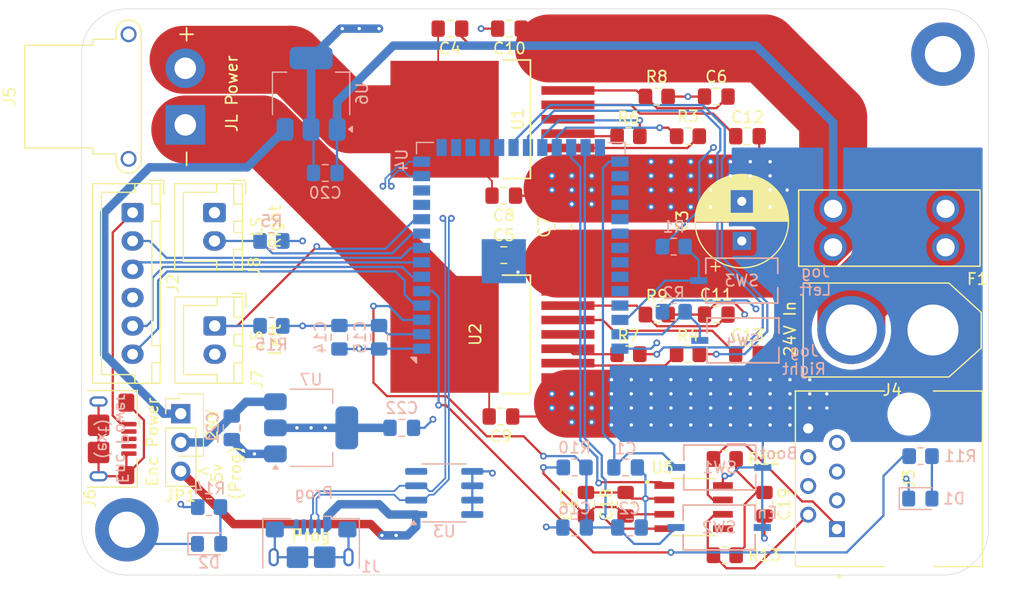
<source format=kicad_pcb>
(kicad_pcb (version 20240108) (generator "pcbnew") (generator_version "8.0")
  (layers (0 "F.Cu" signal) (1 "In1.Cu" signal) (2 "In2.Cu" signal) (31 "B.Cu" signal) (34 "B.Paste" user) (35 "F.Paste" user) (36 "B.SilkS" user "B.Silkscreen") (37 "F.SilkS" user "F.Silkscreen") (38 "B.Mask" user) (39 "F.Mask" user) (44 "Edge.Cuts" user))
  (net 0 "")
  (net 1 "GPIO_0")
  (net 2 "GND")
  (net 3 "EN_PB")
  (net 4 "+24V")
  (net 5 "J1+")
  (net 6 "J1-")
  (net 7 "Net-(U1-IS)")
  (net 8 "Net-(U2-IS)")
  (net 9 "Net-(U1-SR)")
  (net 10 "Net-(U2-SR)")
  (net 11 "+3.3V")
  (net 12 "Net-(C19-Pad2)")
  (net 13 "+5V")
  (net 14 "Net-(D1-A)")
  (net 15 "Net-(D2-A)")
  (net 16 "Net-(J4-+)")
  (net 17 "USB_P")
  (net 19 "USB_N")
  (net 20 "+5V_USB")
  (net 21 "SCK")
  (net 22 "MISO")
  (net 23 "Net-(J6-VBUS)")
  (net 24 "MOSI")
  (net 25 "CS_ENC_J0")
  (net 28 "CANL")
  (net 32 "CANH")
  (net 36 "LS_LEFT")
  (net 37 "LS_RIGHT")
  (net 38 "Net-(JP1-A)")
  (net 39 "PB_LEFT_JL")
  (net 40 "PB_RIGHT_JL")
  (net 41 "Net-(U1-IN)")
  (net 42 "J1_IN_1")
  (net 43 "J1_IN_2")
  (net 44 "Net-(U2-IN)")
  (net 45 "Net-(U1-EN_(INH))")
  (net 46 "J1_EN_1")
  (net 47 "J1_EN_2")
  (net 48 "Net-(U2-EN_(INH))")
  (net 49 "LED_BUILDIN")
  (net 55 "TXC")
  (net 68 "RXC")
  (footprint "Capacitor_SMD:C_0805_2012Metric_Pad1.18x1.45mm_HandSolder" (layer "F.Cu") (at 93 64 180)
    (property "Reference" "C11")
    (property "Value" "1nF")
  )
  (footprint "Connector_USB:USB_Micro-B_Amphenol_10118193-0001LF_Horizontal" (layer "F.Cu") (at 38.5 74.975 -90)
    (property "Reference" "J6")
    (property "Value" "USB_B_Micro")
  )
  (footprint "Capacitor_SMD:C_0805_2012Metric_Pad1.18x1.45mm_HandSolder" (layer "F.Cu") (at 85 80.75 90)
    (property "Reference" "C18")
    (property "Value" "100nF")
  )
  (footprint "Connector_JST:JST_XH_B2B-XH-A_1x02_P2.50mm_Vertical" (layer "F.Cu") (at 48.725 55 -90)
    (property "Reference" "J8")
    (property "Value" "B2B-XH-A_LF__SN_")
  )
  (footprint "Capacitor_SMD:C_0805_2012Metric_Pad1.18x1.45mm_HandSolder" (layer "F.Cu") (at 74.25 53.5)
    (property "Reference" "C8")
    (property "Value" "220nF")
  )
  (footprint "footprints:PG-TO263-7-1_INF-M" (layer "F.Cu") (at 71.75 46.75 90)
    (property "Reference" "U1")
    (property "Value" "BTN8962TA")
  )
  (footprint "Capacitor_SMD:C_0805_2012Metric_Pad1.18x1.45mm_HandSolder" (layer "F.Cu") (at 79.5 56.25 90)
    (property "Reference" "C7")
    (property "Value" "100nF")
  )
  (footprint "Connector_AMASS:AMASS_XT30PW-F_1x02_P2.50mm_Horizontal" (layer "F.Cu") (at 46.15 47.25 90)
    (property "Reference" "J5")
    (property "Value" "XT30PW-F")
  )
  (footprint "Resistor_SMD:R_0805_2012Metric_Pad1.20x1.40mm_HandSolder" (layer "F.Cu") (at 90.5 48.25 180)
    (property "Reference" "R3")
    (property "Value" "10k")
  )
  (footprint "Capacitor_THT:CP_Radial_D8.0mm_P3.50mm" (layer "F.Cu") (at 95.25 57.5 90)
    (property "Reference" "C3")
    (property "Value" "470uF")
  )
  (footprint "Capacitor_SMD:C_0805_2012Metric_Pad1.18x1.45mm_HandSolder" (layer "F.Cu") (at 69.5 38.75 180)
    (property "Reference" "C4")
    (property "Value" "220nF")
  )
  (footprint "Capacitor_SMD:C_0805_2012Metric_Pad1.18x1.45mm_HandSolder" (layer "F.Cu") (at 81.5 80.75 90)
    (property "Reference" "C17")
    (property "Value" "10uF")
  )
  (footprint "Resistor_SMD:R_0805_2012Metric_Pad1.20x1.40mm_HandSolder" (layer "F.Cu") (at 87.75 44.75)
    (property "Reference" "R8")
    (property "Value" "1k")
  )
  (footprint "3568-20:FUSE_3568-20" (layer "F.Cu") (at 108.27 56.3625)
    (property "Reference" "F1")
    (property "Value" "10A")
  )
  (footprint "Connector_JST:JST_XH_B2B-XH-A_1x02_P2.50mm_Vertical" (layer "F.Cu") (at 48.75 65 -90)
    (property "Reference" "J7")
    (property "Value" "B2B-XH-A_LF__SN_")
  )
  (footprint "Capacitor_SMD:C_0805_2012Metric_Pad1.18x1.45mm_HandSolder" (layer "F.Cu") (at 97.25 80.75 90)
    (property "Reference" "C19")
    (property "Value" "47nF")
  )
  (footprint "Capacitor_SMD:C_0805_2012Metric_Pad1.18x1.45mm_HandSolder" (layer "F.Cu") (at 74.75 38.75 180)
    (property "Reference" "C10")
    (property "Value" "100nF")
  )
  (footprint "Resistor_SMD:R_0805_2012Metric_Pad1.20x1.40mm_HandSolder" (layer "F.Cu") (at 85.25 48.25)
    (property "Reference" "R6")
    (property "Value" "10k")
  )
  (footprint "Resistor_SMD:R_0805_2012Metric_Pad1.20x1.40mm_HandSolder" (layer "F.Cu") (at 87.75 64)
    (property "Reference" "R9")
    (property "Value" "1k")
  )
  (footprint "Connector_JST:JST_XH_B6B-XH-A_1x06_P2.50mm_Vertical" (layer "F.Cu") (at 41.5 55 -90)
    (property "Reference" "J2")
    (property "Value" "~")
  )
  (footprint "Connector_AMASS:AMASS_XT60-M_1x02_P7.20mm_Vertical" (layer "F.Cu") (at 112.12 65.3625 180)
    (property "Reference" "J4")
    (property "Value" "XT30PW-M")
  )
  (footprint "footprints:PG-TO263-7-1_INF-M" (layer "F.Cu") (at 71.75 65.75 90)
    (property "Reference" "U2")
    (property "Value" "BTN8962TA")
  )
  (footprint "Resistor_SMD:R_0805_2012Metric_Pad1.20x1.40mm_HandSolder" (layer "F.Cu") (at 93.75 85.25)
    (property "Reference" "R13")
    (property "Value" "60")
  )
  (footprint "MountingHole:MountingHole_3.2mm_M3_DIN965_Pad_TopBottom" (layer "F.Cu") (at 41 83)
    (property "Reference" "H2" (hide yes))
    (property "Value" "MountingHole_Pad")
  )
  (footprint "Capacitor_SMD:C_0805_2012Metric_Pad1.18x1.45mm_HandSolder" (layer "F.Cu") (at 95.75 48.25)
    (property "Reference" "C12")
    (property "Value" "100nF")
  )
  (footprint "MountingHole:MountingHole_3.2mm_M3_DIN965_Pad_TopBottom" (layer "F.Cu") (at 113 41)
    (property "Reference" "H1" (hide yes))
    (property "Value" "MountingHole_Pad")
  )
  (footprint "A-2014-2-4-N-T-R:ASSMANN_A-2014-2-4-N-T-R" (layer "F.Cu") (at 110 78.5 90)
    (property "Reference" "J3")
    (property "Value" "RJ45")
  )
  (footprint "Resistor_SMD:R_0805_2012Metric_Pad1.20x1.40mm_HandSolder" (layer "F.Cu") (at 85.25 67.5)
    (property "Reference" "R7")
    (property "Value" "10k")
  )
  (footprint "Capacitor_SMD:C_0805_2012Metric_Pad1.18x1.45mm_HandSolder" (layer "F.Cu") (at 74.25 58.75 180)
    (property "Reference" "C5")
    (property "Value" "220nF")
  )
  (footprint "Capacitor_SMD:C_0805_2012Metric_Pad1.18x1.45mm_HandSolder" (layer "F.Cu") (at 93 44.75 180)
    (property "Reference" "C6")
    (property "Value" "1nF")
  )
  (footprint "Resistor_SMD:R_0805_2012Metric_Pad1.20x1.40mm_HandSolder" (layer "F.Cu") (at 93.75 76.75 180)
    (property "Reference" "R12")
    (property "Value" "60")
  )
  (footprint "TJA1050T_CM_118:SOIC127P600X175-8N" (layer "F.Cu") (at 91 81)
    (property "Reference" "U5")
    (property "Value" "SN65HVD232Q")
  )
  (footprint "Resistor_SMD:R_0805_2012Metric_Pad1.20x1.40mm_HandSolder" (layer "F.Cu") (at 90.5 67.5)
    (property "Reference" "R4")
    (property "Value" "10k")
  )
  (footprint "Connector_PinHeader_2.54mm:PinHeader_1x03_P2.54mm_Vertical" (layer "F.Cu") (at 45.75 72.75)
    (property "Reference" "JP1")
    (property "Value" "Jumper_3_Open")
  )
  (footprint "Capacitor_SMD:C_0805_2012Metric_Pad1.18x1.45mm_HandSolder" (layer "F.Cu") (at 95.75 67.5)
    (property "Reference" "C13")
    (property "Value" "100nF")
  )
  (footprint "Capacitor_SMD:C_0805_2012Metric_Pad1.18x1.45mm_HandSolder" (layer "F.Cu") (at 74 73)
    (property "Reference" "C9")
    (property "Value" "220nF")
  )
  (footprint "Package_TO_SOT_SMD:SOT-223-3_TabPin2" (layer "B.Cu") (at 57.25 44.5 90)
    (property "Reference" "U6")
    (property "Value" "LM7805MPX/NOPB")
  )
  (footprint "TS09_63_25_WT_160_SMT_TR:SW_TS09-63-25_CUD" (layer "B.Cu") (at 93.30365 77.5 180)
    (property "Reference" "SW1")
    (property "Value" "TS09-63-25-WT-160-SMT-TR")
  )
  (footprint "LED_SMD:LED_0805_2012Metric_Pad1.15x1.40mm_HandSolder" (layer "B.Cu") (at 48.25 84.25)
    (property "Reference" "D2")
    (property "Value" "G")
  )
  (footprint "Package_SO:SOIC-8-1EP_3.9x4.9mm_P1.27mm_EP2.29x3mm" (layer "B.Cu") (at 69 79.75)
    (property "Reference" "U3")
    (property "Value" "150-SMDB03CE3/TR7TR-ND")
  )
  (footprint "Resistor_SMD:R_0805_2012Metric_Pad1.20x1.40mm_HandSolder" (layer "B.Cu") (at 89.25 63.75 180)
    (property "Reference" "R2")
    (property "Value" "3.3k")
  )
  (footprint "Resistor_SMD:R_0805_2012Metric_Pad1.20x1.40mm_HandSolder" (layer "B.Cu") (at 80.5 77.5)
    (property "Reference" "R10")
    (property "Value" "10k")
  )
  (footprint "Capacitor_SMD:C_0805_2012Metric_Pad1.18x1.45mm_HandSolder" (layer "B.Cu") (at 65.25 74)
    (property "Reference" "C22")
    (property "Value" "22uF")
  )
  (footprint "TS09_63_25_WT_160_SMT_TR:SW_TS09-63-25_CUD" (layer "B.Cu") (at 93.25 82.8 180)
    (property "Reference" "SW2")
    (property "Value" "TS09-63-25-WT-160-SMT-TR")
  )
  (footprint "Resistor_SMD:R_0805_2012Metric_Pad1.20x1.40mm_HandSolder" (layer "B.Cu") (at 53.75 65)
    (property "Reference" "R15")
    (property "Value" "3.3k")
  )
  (footprint "Resistor_SMD:R_0805_2012Metric_Pad1.20x1.40mm_HandSolder" (layer "B.Cu") (at 89.25 58)
    (property "Reference" "R1")
    (property "Value" "3.3k")
  )
  (footprint "Capacitor_SMD:C_0805_2012Metric_Pad1.18x1.45mm_HandSolder" (layer "B.Cu") (at 59.75 66 -90)
    (property "Reference" "C14")
    (property "Value" "22uF")
  )
  (footprint "Capacitor_SMD:C_0805_2012Metric_Pad1.18x1.45mm_HandSolder" (layer "B.Cu") (at 50.25 74 -90)
    (property "Reference" "C21")
    (property "Value" "10uF")
  )
  (footprint "Connector_USB:USB_Micro-B_Amphenol_10118193-0001LF_Horizontal" (layer "B.Cu") (at 57.25 85.425 180)
    (property "Reference" "J1")
    (property "Value" "USB_B_Micro")
  )
  (footprint "Capacitor_SMD:C_0805_2012Metric_Pad1.18x1.45mm_HandSolder" (layer "B.Cu") (at 85.3375 82.8 180)
    (property "Reference" "C2")
    (property "Value" "100nF")
  )
  (footprint "Resistor_SMD:R_0805_2012Metric_Pad1.20x1.40mm_HandSolder" (layer "B.Cu") (at 111.025 76.5 180)
    (property "Reference" "R11")
    (property "Value" "1k")
  )
  (footprint "TS09_63_25_WT_160_SMT_TR:SW_TS09-63-25_CUD" (layer "B.Cu") (at 95.25 61 180)
    (property "Reference" "SW3")
    (property "Value" "TS09-63-25-WT-160-SMT-TR")
  )
  (footprint "Package_TO_SOT_SMD:SOT-223-3_TabPin2" (layer "B.Cu") (at 57.25 74)
    (property "Reference" "U7")
    (property "Value" "AZ1117CH2-3.3TRG1")
  )
  (footprint "Capacitor_SMD:C_0805_2012Metric_Pad1.18x1.45mm_HandSolder" (layer "B.Cu") (at 58.5 51.5 180)
    (property "Reference" "C20")
    (property "Value" "220nF")
  )
  (footprint "Capacitor_SMD:C_0805_2012Metric_Pad1.18x1.45mm_HandSolder" (layer "B.Cu") (at 80.5 82.8 180)
    (property "Reference" "C16")
    (property "Value" "1uF")
  )
  (footprint "Capacitor_SMD:C_0805_2012Metric_Pad1.18x1.45mm_HandSolder" (layer "B.Cu") (at 63.25 66 -90)
    (property "Reference" "C15")
    (property "Value" "100nF")
  )
  (footprint "LED_SMD:LED_0805_2012Metric_Pad1.15x1.40mm_HandSolder" (layer "B.Cu") (at 111 80.25)
    (property "Reference" "D1")
    (property "Value" "R")
  )
  (footprint "RF_Module:ESP32-S3-WROOM-1" (layer "B.Cu") (at 75.75 61.75)
    (property "Reference" "U4")
    (property "Value" "ESP32-S3-WROOM-1")
  )
  (footprint "TS09_63_25_WT_160_SMT_TR:SW_TS09-63-25_CUD" (layer "B.Cu") (at 95.35 66.28 180)
    (property "Reference" "SW4")
    (property "Value" "TS09-63-25-WT-160-SMT-TR")
  )
  (footprint "Capacitor_SMD:C_0805_2012Metric_Pad1.18x1.45mm_HandSolder" (layer "B.Cu") (at 85 77.5 180)
    (property "Reference" "C1")
    (property "Value" "100nF")
  )
  (footprint "Resistor_SMD:R_0805_2012Metric_Pad1.20x1.40mm_HandSolder" (layer "B.Cu") (at 48.25 81 180)
    (property "Reference" "R14")
    (property "Value" "1k")
  )
  (footprint "Resistor_SMD:R_0805_2012Metric_Pad1.20x1.40mm_HandSolder" (layer "B.Cu") (at 53.75 57.5)
    (property "Reference" "R5")
    (property "Value" "3.3k")
  )
  (gr_line (start 45.5 76.5) (end 47.75 76.5) (stroke (width 0.1)) (layer "F.SilkS"))
  (gr_line (start 47.75 76.5) (end 47.75 71) (stroke (width 0.1)) (layer "F.SilkS"))
  (gr_line (start 47.75 71) (end 45.5 71) (stroke (width 0.1)) (layer "F.SilkS"))
  (gr_line (start 41 87) (end 113 87) (stroke (width 0.05)) (layer "Edge.Cuts"))
  (gr_line (start 37 41) (end 37 83) (stroke (width 0.05)) (layer "Edge.Cuts"))
  (gr_arc (start 41 87) (mid 38.171573 85.828427) (end 37 83) (stroke (width 0.05)) (layer "Edge.Cuts"))
  (gr_line (start 117 83) (end 117 41) (stroke (width 0.05)) (layer "Edge.Cuts"))
  (gr_arc (start 113 37) (mid 115.828427 38.171573) (end 117 41) (stroke (width 0.05)) (layer "Edge.Cuts"))
  (gr_line (start 41 37) (end 113 37) (stroke (width 0.05)) (layer "Edge.Cuts"))
  (gr_arc (start 37 41) (mid 38.171573 38.171573) (end 41 37) (stroke (width 0.05)) (layer "Edge.Cuts"))
  (gr_arc (start 117 83) (mid 115.828427 85.828427) (end 113 87) (stroke (width 0.05)) (layer "Edge.Cuts"))
  (gr_text "Jog\nRight" (at 100.75 68 0) (layer "B.SilkS") (effects (font (size 1 1)) (justify mirror)))
  (gr_text "Prog" (at 57.5 79.75 0) (layer "B.SilkS") (effects (font (size 1 1)) (justify mirror)))
  (gr_text "En" (at 97.5 81.5 0) (layer "B.SilkS") (effects (font (size 1 1)) (justify mirror)))
  (gr_text "Enc Power\n(ext)" (at 39.75 74.975 270) (layer "B.SilkS") (effects (font (size 1 1)) (justify mirror)))
  (gr_text "Jog\nLeft" (at 101.75 61 0) (layer "B.SilkS") (effects (font (size 1 1)) (justify mirror)))
  (gr_text "Boot" (at 98.5 76.25 0) (layer "B.SilkS") (effects (font (size 1 1)) (justify mirror)))
  (gr_text "24V" (at 48.5 73.75 90) (layer "F.SilkS") (effects (font (size 1 1))))
  (gr_text "<" (at 47.75 77.75 0) (layer "F.SilkS") (effects (font (size 1 1))))
  (gr_text "Prog" (at 57.25 83.5 0) (layer "F.SilkS") (effects (font (size 1 1))))
  (gr_text "LS\nLeft" (at 53.25 66.25 90) (layer "F.SilkS") (effects (font (size 1 1))))
  (gr_text "JL Power" (at 50.25 44.5 90) (layer "F.SilkS") (effects (font (size 1 1))))
  (gr_text "Enc Power" (at 43.25 75.25 90) (layer "F.SilkS") (effects (font (size 1 1))))
  (gr_text "24V In" (at 99.5 65.25 90) (layer "F.SilkS") (effects (font (size 1 1))))
  (gr_text "5v\n(Prog)" (at 49.75 78 90) (layer "F.SilkS") (effects (font (size 1 1))))
  (gr_text "LS\nRight" (at 53.25 56.25 90) (layer "F.SilkS") (effects (font (size 1 1))))
  (segment (start 85.2125 76.25) (end 88.25 76.25) (width 0.2) (layer "B.Cu") (net 1))
  (segment (start 84 77.4625) (end 83.9625 77.5) (width 0.2) (layer "B.Cu") (net 1))
  (segment (start 83.55 50.5) (end 83 51.05) (width 0.2) (layer "B.Cu") (net 1))
  (segment (start 84.5 50.5) (end 83.55 50.5) (width 0.2) (layer "B.Cu") (net 1))
  (segment (start 88.25 76.25) (end 89.5 77.5) (width 0.2) (layer "B.Cu") (net 1))
  (segment (start 83 51.05) (end 83 74.5) (width 0.2) (layer "B.Cu") (net 1))
  (segment (start 83.9625 77.5) (end 85.2125 76.25) (width 0.2) (layer "B.Cu") (net 1))
  (segment (start 84 75.5) (end 84 77.4625) (width 0.2) (layer "B.Cu") (net 1))
  (segment (start 83 74.5) (end 84 75.5) (width 0.2) (layer "B.Cu") (net 1))
  (segment (start 40.85 78.275) (end 40.95 78.175) (width 0.2) (layer "F.Cu") (net 2))
  (segment (start 96.629 52.871) (end 79 52.871) (width 6) (layer "F.Cu") (net 2))
  (segment (start 96.621 71.871) (end 79.9083 71.871) (width 6) (layer "F.Cu") (net 2))
  (segment (start 78.7793 73) (end 79.9083 71.871) (width 0.2) (layer "F.Cu") (net 2))
  (segment (start 93.585 78.415) (end 93.75 78.25) (width 0.2) (layer "F.Cu") (net 2))
  (segment (start 38.5 76.175) (end 38.5 78.275) (width 0.2) (layer "F.Cu") (net 2))
  (segment (start 40.95 71.775) (end 42.5 73.325) (width 0.2) (layer "F.Cu") (net 2))
  (segment (start 38.5 73.775) (end 38.5 76.175) (width 0.2) (layer "F.Cu") (net 2))
  (segment (start 95.5 64) (end 95.5 63.865256) (width 0.2) (layer "F.Cu") (net 2))
  (segment (start 73.7125 38.75) (end 72.25 38.75) (width 0.2) (layer "F.Cu") (net 2))
  (segment (start 88.75 44.75) (end 90.5 44.75) (width 0.2) (layer "F.Cu") (net 2))
  (segment (start 95.5 63.865256) (end 94.609744 62.975) (width 0.2) (layer "F.Cu") (net 2))
  (segment (start 92.9875 62.975) (end 91.9625 64) (width 0.2) (layer "F.Cu") (net 2))
  (segment (start 85.5375 80.25) (end 85 79.7125) (width 0.2) (layer "F.Cu") (net 2))
  (segment (start 96.7875 49.7125) (end 96 50.5) (width 0.2) (layer "F.Cu") (net 2))
  (segment (start 97.25 83.75) (end 97.25 81.7875) (width 0.2) (layer "F.Cu") (net 2))
  (segment (start 88.75 64) (end 91.9625 64) (width 0.2) (layer "F.Cu") (net 2))
  (segment (start 96.7875 67.5) (end 96.7875 68.9625) (width 0.2) (layer "F.Cu") (net 2))
  (segment (start 40.95 78.175) (end 40.95 76.5) (width 0.2) (layer "F.Cu") (net 2))
  (segment (start 88.3 80.25) (end 85.5375 80.25) (width 0.2) (layer "F.Cu") (net 2))
  (segment (start 96.621 71.871) (end 100.621 71.871) (width 6) (layer "F.Cu") (net 2))
  (segment (start 88.415 80.365) (end 88.3 80.25) (width 0.2) (layer "F.Cu") (net 2))
  (segment (start 38.5 71.675) (end 38.5 73.775) (width 0.2) (layer "F.Cu") (net 2))
  (segment (start 100.621 71.871) (end 100.75 72) (width 6) (layer "F.Cu") (net 2))
  (segment (start 40.95 76.5) (end 41.175 76.275) (width 0.2) (layer "F.Cu") (net 2))
  (segment (start 75.2875 53.5) (end 78.371 53.5) (width 0.2) (layer "F.Cu") (net 2))
  (segment (start 38.5 78.275) (end 40.85 78.275) (width 0.2) (layer "F.Cu") (net 2))
  (segment (start 96.7875 68.9625) (end 96 69.75) (width 0.2) (layer "F.Cu") (net 2))
  (segment (start 75.0375 73) (end 78.7793 73) (width 0.2) (layer "F.Cu") (net 2))
  (segment (start 42.5 76.625) (end 40.95 78.175) (width 0.2) (layer "F.Cu") (net 2))
  (segment (start 78.371 53.5) (end 79 52.871) (width 0.2) (layer "F.Cu") (net 2))
  (segment (start 93.585 79.095) (end 93.585 78.415) (width 0.2) (layer "F.Cu") (net 2))
  (segment (start 42.5 73.325) (end 42.5 76.625) (width 0.2) (layer "F.Cu") (net 2))
  (segment (start 85 79.7125) (end 81.5 79.7125) (width 0.2) (layer "F.Cu") (net 2))
  (segment (start 90.5 44.75) (end 91.9625 44.75) (width 0.2) (layer "F.Cu") (net 2))
  (segment (start 94.609744 62.975) (end 92.9875 62.975) (width 0.2) (layer "F.Cu") (net 2))
  (segment (start 96.7875 48.25) (end 96.7875 49.7125) (width 0.2) (layer "F.Cu") (net 2))
  (via (at 90.75 73.75) (size 0.6) (drill 0.3) (layers "F.Cu" "B.Cu") (net 2))
  (via (at 89 71) (size 0.6) (drill 0.3) (layers "F.Cu" "B.Cu") (net 2))
  (via (at 92.5 69.75) (size 0.6) (drill 0.3) (layers "F.Cu" "B.Cu") (net 2))
  (via (at 87.25 69.75) (size 0.6) (drill 0.3) (layers "F.Cu" "B.Cu") (net 2))
  (via (at 94.25 51.75) (size 0.6) (drill 0.3) (layers "F.Cu" "B.Cu") (net 2))
  (via (at 80.25 51.75) (size 0.6) (drill 0.3) (layers "F.Cu" "B.Cu") (net 2))
  (via (at 101.25 69.75) (size 0.6) (drill 0.3) (layers "F.Cu" "B.Cu") (net 2))
  (via (at 85.5 69.75) (size 0.6) (drill 0.3) (layers "F.Cu" "B.Cu") (net 2))
  (via (at 99.5 71) (size 0.6) (drill 0.3) (layers "F.Cu" "B.Cu") (net 2))
  (via (at 97.75 71) (size 0.6) (drill 0.3) (layers "F.Cu" "B.Cu") (net 2))
  (via (at 94.25 50.5) (size 0.6) (drill 0.3) (layers "F.Cu" "B.Cu") (net 2))
  (via (at 99.5 72.25) (size 0.6) (drill 0.3) (layers "F.Cu" "B.Cu") (net 2))
  (via (at 83.75 73.75) (size 0.6) (drill 0.3) (layers "F.Cu" "B.Cu") (net 2))
  (via (at 96 69.75) (size 0.6) (drill 0.3) (layers "F.Cu" "B.Cu") (net 2))
  (via (at 89 54.5) (size 0.6) (drill 0.3) (layers "F.Cu" "B.Cu") (net 2))
  (via (at 101.25 72.25) (size 0.6) (drill 0.3) (layers "F.Cu" "B.Cu") (net 2))
  (via (at 87.25 53) (size 0.6) (drill 0.3) (layers "F.Cu" "B.Cu") (net 2))
  (via (at 90.75 50.5) (size 0.6) (drill 0.3) (layers "F.Cu" "B.Cu") (net 2))
  (via (at 82 54.25) (size 0.6) (drill 0.3) (layers "F.Cu" "B.Cu") (net 2))
  (via (at 89 53) (size 0.6) (drill 0.3) (layers "F.Cu" "B.Cu") (net 2))
  (via (at 99.5 73.75) (size 0.6) (drill 0.3) (layers "F.Cu" "B.Cu") (net 2))
  (via (at 82 73.5) (size 0.6) (drill 0.3) (layers "F.Cu" "B.Cu") (net 2))
  (via (at 95.5 64) (size 0.6) (drill 0.3) (layers "F.Cu" "B.Cu") (net 2))
  (via (at 85.5 71) (size 0.6) (drill 0.3) (layers "F.Cu" "B.Cu") (net 2))
  (via (at 96 73.75) (size 0.6) (drill 0.3) (layers "F.Cu" "B.Cu") (net 2))
  (via (at 92.5 71) (size 0.6) (drill 0.3) (layers "F.Cu" "B.Cu") (net 2))
  (via (at 97.75 50.5) (size 0.6) (drill 0.3) (layers "F.Cu" "B.Cu") (net 2))
  (via (at 78 82.75) (size 0.6) (drill 0.3) (layers "F.Cu" "B.Cu") (net 2))
  (via (at 85.5 72.25) (size 0.6) (drill 0.3) (layers "F.Cu" "B.Cu") (net 2))
  (via (at 92.5 51.75) (size 0.6) (drill 0.3) (layers "F.Cu" "B.Cu") (net 2))
  (via (at 68 73.25) (size 0.6) (drill 0.3) (layers "F.Cu" "B.Cu") (net 2))
  (via (at 87.25 51.75) (size 0.6) (drill 0.3) (layers "F.Cu" "B.Cu") (net 2))
  (via (at 96 51.75) (size 0.6) (drill 0.3) (layers "F.Cu" "B.Cu") (net 2))
  (via (at 80.25 71) (size 0.6) (drill 0.3) (layers "F.Cu" "B.Cu") (net 2))
  (via (at 63.25 38.75) (size 0.6) (drill 0.3) (layers "F.Cu" "B.Cu") (net 2))
  (via (at 89 51.75) (size 0.6) (drill 0.3) (layers "F.Cu" "B.Cu") (net 2))
  (via (at 87.25 54.5) (size 0.6) (drill 0.3) (layers "F.Cu" "B.Cu") (net 2))
  (via (at 72.25 38.75) (size 0.6) (drill 0.3) (layers "F.Cu" "B.Cu") (net 2))
  (via (at 51.25 76) (size 0.6) (drill 0.3) (layers "F.Cu" "B.Cu") (net 2))
  (via (at 97.75 51.75) (size 0.6) (drill 0.3) (layers "F.Cu" "B.Cu") (net 2))
  (via (at 89 69.75) (size 0.6) (drill 0.3) (layers "F.Cu" "B.Cu") (net 2))
  (via (at 90.75 71) (size 0.6) (drill 0.3) (layers "F.Cu" "B.Cu") (net 2))
  (via (at 87.25 73.75) (size 0.6) (drill 0.3) (layers "F.Cu" "B.Cu") (net 2))
  (via (at 92.5 54.5) (size 0.6) (drill 0.3) (layers "F.Cu" "B.Cu") (net 2))
  (via (at 80.25 72.25) (size 0.6) (drill 0.3) (layers "F.Cu" "B.Cu") (net 2))
  (via (at 97.75 73.75) (size 0.6) (drill 0.3) (layers "F.Cu" "B.Cu") (net 2))
  (via (at 90.75 54.5) (size 0.6) (drill 0.3) (layers "F.Cu" "B.Cu") (net 2))
  (via (at 82 53) (size 0.6) (drill 0.3) (layers "F.Cu" "B.Cu") (net 2))
  (via (at 101.25 71) (size 0.6) (drill 0.3) (layers "F.Cu" "B.Cu") (net 2))
  (via (at 82 51.75) (size 0.6) (drill 0.3) (layers "F.Cu" "B.Cu") (net 2))
  (via (at 80.25 73.5) (size 0.6) (drill 0.3) (layers "F.Cu" "B.Cu") (net 2))
  (via (at 90.75 69.75) (size 0.6) (drill 0.3) (layers "F.Cu" "B.Cu") (net 2))
  (via (at 94.25 72.25) (size 0.6) (drill 0.3) (layers "F.Cu" "B.Cu") (net 2))
  (via (at 96 72.25) (size 0.6) (drill 0.3) (layers "F.Cu" "B.Cu") (net 2))
  (via (at 52.25 76.3) (size 0.6) (drill 0.3) (layers "F.Cu" "B.Cu") (net 2))
  (via (at 83.75 71) (size 0.6) (drill 0.3) (layers "F.Cu" "B.Cu") (net 2))
  (via (at 92.5 73.75) (size 0.6) (drill 0.3) (layers "F.Cu" "B.Cu") (net 2))
  (via (at 92.5 72.25) (size 0.6) (drill 0.3) (layers "F.Cu" "B.Cu") (net 2))
  (via (at 109.75 78.5) (size 0.6) (drill 0.3) (layers "F.Cu" "B.Cu") (net 2))
  (via (at 78.5 72.25) (size 0.6) (drill 0.3) (layers "F.Cu" "B.Cu") (net 2))
  (via (at 90.5 44.75) (size 0.6) (drill 0.3) (layers "F.Cu" "B.Cu") (net 2))
  (via (at 87.25 50.5) (size 0.6) (drill 0.3) (layers "F.Cu" "B.Cu") (net 2))
  (via (at 78.5 51.75) (size 0.6) (drill 0.3) (layers "F.Cu" "B.Cu") (net 2))
  (via (at 82 72.25) (size 0.6) (drill 0.3) (layers "F.Cu" "B.Cu") (net 2))
  (via (at 90.75 51.75) (size 0.6) (drill 0.3) (layers "F.Cu" "B.Cu") (net 2))
  (via (at 96 50.5) (size 0.6) (drill 0.3) (layers "F.Cu" "B.Cu") (net 2))
  (via (at 87.75 66.5) (size 0.6) (drill 0.3) (layers "F.Cu" "B.Cu") (net 2))
  (via (at 97.75 72.25) (size 0.6) (drill 0.3) (layers "F.Cu" "B.Cu") (net 2))
  (via (at 92.5 50.5) (size 0.6) (drill 0.3) (layers "F.Cu" "B.Cu") (net 2))
  (via (at 80.25 53) (size 0.6) (drill 0.3) (layers "F.Cu" "B.Cu") (net 2))
  (via (at 73.25 78) (size 0.6) (drill 0.3) (layers "F.Cu" "B.Cu") (net 2))
  (via (at 97.25 83.75) (size 0.6) (drill 0.3) (layers "F.Cu" "B.Cu") (net 2))
  (via (at 97.75 69.75) (size 0.6) (drill 0.3) (layers "F.Cu" "B.Cu") (net 2))
  (via (at 83.75 69.75) (size 0.6) (drill 0.3) (layers "F.Cu" "B.Cu") (net 2))
  (via (at 89 73.75) (size 0.6) (drill 0.3) (layers "F.Cu" "B.Cu") (net 2))
  (via (at 61.5 67) (size 0.6) (drill 0.3) (layers "F.Cu" "B.Cu") (net 2))
  (via (at 90.75 72.25) (size 0.6) (drill 0.3) (layers "F.Cu" "B.Cu") (net 2))
  (via (at 86.75 80.25) (size 0.6) (drill 0.3) (layers "F.Cu" "B.Cu") (net 2))
  (via (at 93.75 78.25) (size 0.6) (drill 0.3) (layers "F.Cu" "B.Cu") (net 2))
  (via (at 60 38.75) (size 0.6) (drill 0.3) (layers "F.Cu" "B.Cu") (net 2))
  (via (at 99.5 69.75) (size 0.6) (drill 0.3) (layers "F.Cu" "B.Cu") (net 2))
  (via (at 94.25 69.75) (size 0.6) (drill 0.3) (layers "F.Cu" "B.Cu") (net 2))
  (via (at 94.25 71) (size 0.6) (drill 0.3) (layers "F.Cu" "B.Cu") (net 2))
  (via (at 80.25 54.25) (size 0.6) (drill 0.3) (layers "F.Cu" "B.Cu") (net 2))
  (via (at 89 50.5) (size 0.6) (drill 0.3) (layers "F.Cu" "B.Cu") (net 2))
  (via (at 97.75 53) (size 0.6) (drill 0.3) (layers "F.Cu" "B.Cu") (net 2))
  (via (at 102.75 71) (size 0.6) (drill 0.3) (layers "F.Cu" "B.Cu") (net 2))
  (via (at 83.75 72.25) (size 0.6) (drill 0.3) (layers "F.Cu" "B.Cu") (net 2))
  (via (at 87.25 71) (size 0.6) (drill 0.3) (layers "F.Cu" "B.Cu") (net 2))
  (via (at 75.5 60.25) (size 0.6) (drill 0.3) (layers "F.Cu" "B.Cu") (net 2))
  (via (at 102.75 72.25) (size 0.6) (drill 0.3) (layers "F.Cu" "B.Cu") (net 2))
  (via (at 78.5 71) (size 0.6) (drill 0.3) (layers "F.Cu" "B.Cu") (net 2))
  (via (at 85.5 73.75) (size 0.6) (drill 0.3) (layers "F.Cu" "B.Cu") (net 2))
  (via (at 90.75 53) (size 0.6) (drill 0.3) (layers "F.Cu" "B.Cu") (net 2))
  (via (at 92.5 53) (size 0.6) (drill 0.3) (layers "F.Cu" "B.Cu") (net 2))
  (via (at 61.5 38.75) (size 0.6) (drill 0.3) (layers "F.Cu" "B.Cu") (net 2))
  (via (at 78.5 53) (size 0.6) (drill 0.3) (layers "F.Cu" "B.Cu") (net 2))
  (via (at 94.25 73.75) (size 0.6) (drill 0.3) (layers "F.Cu" "B.Cu") (net 2))
  (via (at 89 72.25) (size 0.6) (drill 0.3) (layers "F.Cu" "B.Cu") (net 2))
  (via (at 97.75 54.5) (size 0.6) (drill 0.3) (layers "F.Cu" "B.Cu") (net 2))
  (via (at 96 71) (size 0.6) (drill 0.3) (layers "F.Cu" "B.Cu") (net 2))
  (via (at 87.25 72.25) (size 0.6) (drill 0.3) (layers "F.Cu" "B.Cu") (net 2))
  (via (at 82 71) (size 0.6) (drill 0.3) (layers "F.Cu" "B.Cu") (net 2))
  (via (at 99.25 53) (size 0.6) (drill 0.3) (layers "F.Cu" "B.Cu") (net 2))
  (segment (start 57.25 41.35) (end 59.85 38.75) (width 0.75) (layer "B.Cu") (net 2))
  (segment (start 42.25 84.25) (end 41 83) (width 0.2) (layer "B.Cu") (net 2))
  (segment (start 109.975 78.725) (end 109.75 78.5) (width 0.2) (layer "B.Cu") (net 2))
  (segment (start 61.5 38.75) (end 60 38.75) (width 0.75) (layer "B.Cu") (net 2))
  (segment (start 97.05365 83.55365) (end 97.25 83.75) (width 0.2) (layer "B.Cu") (net 2))
  (segment (start 97.1073 74.3927) (end 97.1073 77.5) (width 0.2) (layer "B.Cu") (net 2))
  (segment (start 97.05365 82.8) (end 97.05365 83.55365) (width 0.2) (layer "B.Cu") (net 2))
  (segment (start 57.4625 51.5) (end 57.4625 47.8625) (width 0.2) (layer "B.Cu") (net 2))
  (segment (start 97.05365 77.69635) (end 97.05365 82.8) (width 0.2) (layer "B.Cu") (net 2))
  (segment (start 86.75 78.2125) (end 86.0375 77.5) (width 0.2) (layer "B.Cu") (net 2))
  (segment (start 84.5 67.01) (end 87.24 67.01) (width 0.2) (layer "B.Cu") (net 2))
  (segment (start 60.55 85.425) (end 60.55 83.075) (width 0.2) (layer "B.Cu") (net 2))
  (segment (start 59.75 67.0375) (end 63.25 67.0375) (width 0.2) (layer "B.Cu") (net 2))
  (segment (start 87.24 67.01) (end 87.75 66.5) (width 0.2) (layer "B.Cu") (net 2))
  (segment (start 71.475 77.845) (end 73.095 77.845) (width 0.2) (layer "B.Cu") (net 2))
  (segment (start 86.75 82.425) (end 86.75 78.2125) (width 0.2) (layer "B.Cu") (net 2))
  (segment (start 78.05 82.8) (end 78 82.75) (width 0.2) (layer "B.Cu") (net 2))
  (segment (start 51.5125 76.3) (end 54.1 76.3) (width 0.75) (layer "B.Cu") (net 2))
  (segment (start 97.75 73.75) (end 97.1073 74.3927) (width 0.2) (layer "B.Cu") (net 2))
  (segment (start 66.2875 74) (end 67.25 74) (width 0.2) (layer "B.Cu") (net 2))
  (segment (start 54.05 82.975) (end 54.05 85.325) (width 0.2) (layer "B.Cu") (net 2))
  (segment (start 53.95 85.425) (end 56.05 85.425) (width 0.2) (layer "B.Cu") (net 2))
  (segment (start 79.4625 82.8) (end 78.05 82.8) (width 0.2) (layer "B.Cu") (net 2))
  (segment (start 63.4625 67.0375) (end 63.49 67.01) (width 0.2) (layer "B.Cu") (net 2))
  (segment (start 99.15365 69.40365) (end 99.5 69.75) (width 0.2) (layer "B.Cu") (net 2))
  (segment (start 86.375 82.8) (end 86.75 82.425) (width 0.2) (layer "B.Cu") (net 2))
  (segment (start 95 77.5) (end 97.1073 77.5) (width 0.2) (layer "B.Cu") (net 2))
  (segment (start 56.05 85.425) (end 58.45 85.425) (width 0.2) (layer "B.Cu") (net 2))
  (segment (start 57.25 41.35) (end 57.25 47.65) (width 0.75) (layer "B.Cu") (net 2))
  (segment (start 61.5 38.75) (end 63.25 38.75) (width 0.75) (layer "B.Cu") (net 2))
  (segment (start 47.225 84.25) (end 42.25 84.25) (width 0.2) (layer "B.Cu") (net 2))
  (segment (start 73.095 77.845) (end 73.25 78) (width 0.2) (layer "B.Cu") (net 2))
  (segment (start 97.1073 77.6427) (end 97.05365 77.69635) (width 0.2) (layer "B.Cu") (net 2))
  (segment (start 97.1073 77.5) (end 97.1073 77.6427) (width 0.2) (layer "B.Cu") (net 2))
  (segment (start 55.95 82.75) (end 54.275 82.75) (width 0.2) (layer "B.Cu") (net 2))
  (segment (start 99.15365 66.28) (end 99.15365 69.40365) (width 0.2) (layer "B.Cu") (net 2))
  (segment (start 59.85 38.75) (end 60 38.75) (width 0.75) (layer "B.Cu") (net 2))
  (segment (start 109.975 80.25) (end 109.975 78.725) (width 0.2) (layer "B.Cu") (net 2))
  (segment (start 58.45 85.425) (end 60.55 85.425) (width 0.2) (layer "B.Cu") (net 2))
  (segment (start 63.49 67.01) (end 67 67.01) (width 0.2) (layer "B.Cu") (net 2))
  (segment (start 71.475 77.845) (end 71.475 79.115) (width 0.2) (layer "B.Cu") (net 2))
  (segment (start 57.4625 47.8625) (end 57.25 47.65) (width 0.2) (layer "B.Cu") (net 2))
  (segment (start 71.475 79.115) (end 71.475 80.385) (width 0.2) (layer "B.Cu") (net 2))
  (segment (start 93.75 78.25) (end 94.25 78.25) (width 0.2) (layer "B.Cu") (net 2))
  (segment (start 54.05 85.325) (end 53.95 85.425) (width 0.2) (layer "B.Cu") (net 2))
  (segment (start 67.25 74) (end 68 73.25) (width 0.2) (layer "B.Cu") (net 2))
  (segment (start 50.25 75.0375) (end 51.5125 76.3) (width 0.75) (layer "B.Cu") (net 2))
  (segment (start 71.475 80.385) (end 71.475 81.655) (width 0.2) (layer "B.Cu") (net 2))
  (segment (start 60.55 83.075) (end 60.45 82.975) (width 0.2) (layer "B.Cu") (net 2))
  (segment (start 94.25 78.25) (end 95 77.5) (width 0.2) (layer "B.Cu") (net 2))
  (segment (start 63.25 67.0375) (end 63.4625 67.0375) (width 0.2) (layer "B.Cu") (net 2))
  (segment (start 54.275 82.75) (end 54.05 82.975) (width 0.2) (layer "B.Cu") (net 2))
  (segment (start 63.95 71.2062) (end 69.2062 71.2062) (width 0.2) (layer "F.Cu") (net 3))
  (segment (start 62.75 63.25) (end 62.75 70.0062) (width 0.2) (layer "F.Cu") (net 3))
  (segment (start 76 74.75) (end 77.75 76.5) (width 0.2) (layer "F.Cu") (net 3))
  (segment (start 72.75 74.75) (end 76 74.75) (width 0.2) (layer "F.Cu") (net 3))
  (segment (start 62.75 70.0062) (end 63.95 71.2062) (width 0.2) (layer "F.Cu") (net 3))
  (segment (start 69.2062 71.2062) (end 72.75 74.75) (width 0.2) (layer "F.Cu") (net 3))
  (via (at 77.75 76.5) (size 0.6) (drill 0.3) (layers "F.Cu" "B.Cu") (net 3))
  (via (at 62.75 63.25) (size 0.6) (drill 0.3) (layers "F.Cu" "B.Cu") (net 3))
  (segment (start 81.5375 82.8) (end 84.3 82.8) (width 0.2) (layer "B.Cu") (net 3))
  (segment (start 64.119744 63.25) (end 65.339744 64.47) (width 0.2) (layer "B.Cu") (net 3))
  (segment (start 80.5 76.5) (end 81.5 77.5) (width 0.2) (layer "B.Cu") (net 3))
  (segment (start 81.5375 77.7875) (end 81.5375 82.8) (width 0.2) (layer "B.Cu") (net 3))
  (segment (start 85.75 84.25) (end 87.99635 84.25) (width 0.2) (layer "B.Cu") (net 3))
  (segment (start 77.75 76.5) (end 80.5 76.5) (width 0.2) (layer "B.Cu") (net 3))
  (segment (start 81.5 77.5) (end 81.5 77.75) (width 0.2) (layer "B.Cu") (net 3))
  (segment (start 65.339744 64.47) (end 67 64.47) (width 0.2) (layer "B.Cu") (net 3))
  (segment (start 81.5 77.75) (end 81.5375 77.7875) (width 0.2) (layer "B.Cu") (net 3))
  (segment (start 62.75 63.25) (end 64.119744 63.25) (width 0.2) (layer "B.Cu") (net 3))
  (segment (start 84.3 82.8) (end 85.75 84.25) (width 0.2) (layer "B.Cu") (net 3))
  (segment (start 87.99635 84.25) (end 89.44635 82.8) (width 0.2) (layer "B.Cu") (net 3))
  (segment (start 76.5 38.75) (end 78.25 40.5) (width 0.2) (layer "F.Cu") (net 4))
  (segment (start 103.31 54.6625) (end 103.31 46.56) (width 6) (layer "F.Cu") (net 4))
  (segment (start 103.31 46.56) (end 97.25 40.5) (width 6) (layer "F.Cu") (net 4))
  (segment (start 103.31 54.6625) (end 103.31 55.750302) (width 6) (layer "F.Cu") (net 4))
  (segment (start 103.31 55.750302) (end 99.560302 59.5) (width 6) (layer "F.Cu") (net 4))
  (segment (start 75.2875 58.75) (end 78.25 58.75) (width 0.2) (layer "F.Cu") (net 4))
  (segment (start 70.5375 38.75) (end 70.5375 39.475) (width 0.2) (layer "F.Cu") (net 4))
  (segment (start 99.560302 59.5) (end 79 59.5) (width 6) (layer "F.Cu") (net 4))
  (segment (start 75.7875 38.75) (end 76.5 38.75) (width 0.2) (layer "F.Cu") (net 4))
  (segment (start 97.25 40.5) (end 78.25 40.5) (width 6) (layer "F.Cu") (net 4))
  (segment (start 71.5625 40.5) (end 78.25 40.5) (width 0.2) (layer "F.Cu") (net 4))
  (segment (start 78.25 58.75) (end 79 59.5) (width 0.2) (layer "F.Cu") (net 4))
  (segment (start 70.5375 39.475) (end 71.5625 40.5) (width 0.2) (layer "F.Cu") (net 4))
  (segment (start 103.31 47.06) (end 96.5 40.25) (width 0.75) (layer "B.Cu") (net 4))
  (segment (start 59.55 48.2) (end 59.5375 48.2125) (width 0.2) (layer "B.Cu") (net 4))
  (segment (start 59.5375 48.2125) (end 59.5375 51.5) (width 0.2) (layer "B.Cu") (net 4))
  (segment (start 59.55 45.2) (end 59.55 47.65) (width 0.75) (layer "B.Cu") (net 4))
  (segment (start 59.55 47.65) (end 59.55 48.2) (width 0.2) (layer "B.Cu") (net 4))
  (segment (start 64.5 40.25) (end 59.55 45.2) (width 0.75) (layer "B.Cu") (net 4))
  (segment (start 96.5 40.25) (end 64.5 40.25) (width 0.75) (layer "B.Cu") (net 4))
  (segment (start 103.31 54.6625) (end 103.31 47.06) (width 0.75) (layer "B.Cu") (net 4))
  (segment (start 60.700808 46.75) (end 55.450808 41.5) (width 6) (layer "F.Cu") (net 5))
  (segment (start 69.0287 46.75) (end 60.700808 46.75) (width 6) (layer "F.Cu") (net 5))
  (segment (start 73.2125 52.2125) (end 73.2125 53.5) (width 0.155814) (layer "F.Cu") (net 5))
  (segment (start 68.4625 38.75) (end 68.4625 46.1838) (width 0.155814) (layer "F.Cu") (net 5))
  (segment (start 55.450808 41.5) (end 46 41.5) (width 6) (layer "F.Cu") (net 5))
  (segment (start 68.4625 46.1838) (end 69.0287 46.75) (width 0.155814) (layer "F.Cu") (net 5))
  (segment (start 69.0287 46.75) (end 69.0287 48.0287) (width 0.155814) (layer "F.Cu") (net 5))
  (segment (start 69.0287 48.0287) (end 73.2125 52.2125) (width 0.155814) (layer "F.Cu") (net 5))
  (segment (start 69.0287 65.75) (end 69.0287 63.7787) (width 6) (layer "F.Cu") (net 6))
  (segment (start 69.0287 63.7787) (end 52.902401 47.652401) (width 6) (layer "F.Cu") (net 6))
  (segment (start 73.2125 61.5662) (end 69.0287 65.75) (width 0.155814) (layer "F.Cu") (net 6))
  (segment (start 52.902401 47.652401) (end 46.15 47.652401) (width 6) (layer "F.Cu") (net 6))
  (segment (start 72.9625 69.6838) (end 69.0287 65.75) (width 0.155814) (layer "F.Cu") (net 6))
  (segment (start 73.2125 58.75) (end 73.2125 61.5662) (width 0.155814) (layer "F.Cu") (net 6))
  (segment (start 72.9625 73) (end 72.9625 69.6838) (width 0.155814) (layer "F.Cu") (net 6))
  (segment (start 86.75 44.75) (end 86.5 44.75) (width 0.2) (layer "F.Cu") (net 7))
  (segment (start 85.96 44.21) (end 79.9083 44.21) (width 0.2) (layer "F.Cu") (net 7))
  (segment (start 86.5 44.75) (end 85.96 44.21) (width 0.2) (layer "F.Cu") (net 7))
  (segment (start 93.0125 45.775) (end 94.0375 44.75) (width 0.2) (layer "F.Cu") (net 7))
  (segment (start 87.775 45.775) (end 93.0125 45.775) (width 0.2) (layer "F.Cu") (net 7))
  (segment (start 86.75 44.75) (end 87.775 45.775) (width 0.2) (layer "F.Cu") (net 7))
  (segment (start 85.96 63.21) (end 79.9083 63.21) (width 0.2) (layer "F.Cu") (net 8))
  (segment (start 87.775 65.025) (end 86.75 64) (width 0.2) (layer "F.Cu") (net 8))
  (segment (start 93.0125 65.025) (end 87.775 65.025) (width 0.2) (layer "F.Cu") (net 8))
  (segment (start 86.75 64) (end 85.96 63.21) (width 0.2) (layer "F.Cu") (net 8))
  (segment (start 94.0375 64) (end 93.0125 65.025) (width 0.2) (layer "F.Cu") (net 8))
  (segment (start 86.25 46.25) (end 92.7125 46.25) (width 0.2) (layer "F.Cu") (net 9))
  (segment (start 85.48 45.48) (end 86.25 46.25) (width 0.2) (layer "F.Cu") (net 9))
  (segment (start 92.7125 46.25) (end 94.7125 48.25) (width 0.2) (layer "F.Cu") (net 9))
  (segment (start 79.9083 45.48) (end 85.48 45.48) (width 0.2) (layer "F.Cu") (net 9))
  (segment (start 82.98 64.48) (end 79.9083 64.48) (width 0.2) (layer "F.Cu") (net 10))
  (segment (start 92.6375 65.425) (end 83.925 65.425) (width 0.2) (layer "F.Cu") (net 10))
  (segment (start 83.925 65.425) (end 82.98 64.48) (width 0.2) (layer "F.Cu") (net 10))
  (segment (start 94.7125 67.5) (end 92.6375 65.425) (width 0.2) (layer "F.Cu") (net 10))
  (segment (start 77.75 78.0375) (end 77.75 77.5) (width 0.2) (layer "F.Cu") (net 11))
  (segment (start 81.5 81.7875) (end 77.75 78.0375) (width 0.2) (layer "F.Cu") (net 11))
  (segment (start 82.2875 81) (end 84.2125 81) (width 0.2) (layer "F.Cu") (net 11))
  (segment (start 85 81.7875) (end 85.1525 81.635) (width 0.2) (layer "F.Cu") (net 11))
  (segment (start 85.1525 81.635) (end 88.415 81.635) (width 0.2) (layer "F.Cu") (net 11))
  (segment (start 81.5 81.7875) (end 82.2875 81) (width 0.2) (layer "F.Cu") (net 11))
  (segment (start 84.2125 81) (end 85 81.7875) (width 0.2) (layer "F.Cu") (net 11))
  (via (at 92.75 49.25) (size 0.6) (drill 0.3) (layers "F.Cu" "B.Cu") (net 11))
  (via (at 45.75 80.75) (size 0.6) (drill 0.3) (layers "F.Cu" "B.Cu") (net 11))
  (via (at 56.5 65) (size 0.6) (drill 0.3) (layers "F.Cu" "B.Cu") (net 11))
  (via (at 56 74) (size 0.6) (drill 0.3) (layers "F.Cu" "B.Cu") (net 11))
  (via (at 58.5 74) (size 0.6) (drill 0.3) (layers "F.Cu" "B.Cu") (net 11))
  (via (at 77.75 77.5) (size 0.6) (drill 0.3) (layers "F.Cu" "B.Cu") (net 11))
  (via (at 96.5 63.5) (size 0.6) (drill 0.3) (layers "F.Cu" "B.Cu") (net 11))
  (via (at 56.5 57.5) (size 0.6) (drill 0.3) (layers "F.Cu" "B.Cu") (net 11))
  (via (at 57.25 74) (size 0.6) (drill 0.3) (layers "F.Cu" "B.Cu") (net 11))
  (segment (start 95.75 62.75) (end 96.5 63.5) (width 0.2) (layer "B.Cu") (net 11))
  (segment (start 54.75 65) (end 59.7125 65) (width 0.2) (layer "B.Cu") (net 11))
  (segment (start 54.75 57.5) (end 56.5 57.5) (width 0.2) (layer "B.Cu") (net 11))
  (segment (start 88.25 63.75) (end 89.25 62.75) (width 0.2) (layer "B.Cu") (net 11))
  (segment (start 89.25 62.75) (end 95.75 62.75) (width 0.2) (layer "B.Cu") (net 11))
  (segment (start 91.5 50.5) (end 91.5 54.75) (width 0.2) (layer "B.Cu") (net 11))
  (segment (start 79.5 77.5) (end 77.75 77.5) (width 0.2) (layer "B.Cu") (net 11))
  (segment (start 92.75 49.25) (end 91.5 50.5) (width 0.2) (layer "B.Cu") (net 11))
  (segment (start 60.4 74) (end 64.2125 74) (width 0.75) (layer "B.Cu") (net 11))
  (segment (start 63.25 64.9625) (end 64.0275 65.74) (width 0.2) (layer "B.Cu") (net 11))
  (segment (start 47.25 81) (end 46 81) (width 0.2) (layer "B.Cu") (net 11))
  (segment (start 59.75 64.9625) (end 63.25 64.9625) (width 0.2) (layer "B.Cu") (net 11))
  (segment (start 64.0275 65.74) (end 67 65.74) (width 0.2) (layer "B.Cu") (net 11))
  (segment (start 91.5 54.75) (end 88.25 58) (width 0.2) (layer "B.Cu") (net 11))
  (segment (start 46 81) (end 45.75 80.75) (width 0.2) (layer "B.Cu") (net 11))
  (segment (start 59.7125 65) (end 59.75 64.9625) (width 0.2) (layer "B.Cu") (net 11))
  (segment (start 54.1 74) (end 60.4 74) (width 0.75) (layer "B.Cu") (net 11))
  (segment (start 94.75 85.25) (end 95.5 84.5) (width 0.2) (layer "F.Cu") (net 12))
  (segment (start 95.5 80.75) (end 96.5375 79.7125) (width 0.2) (layer "F.Cu") (net 12))
  (segment (start 95.5 84.5) (end 95.5 80.75) (width 0.2) (layer "F.Cu") (net 12))
  (segment (start 96.5375 79.7125) (end 97.25 79.7125) (width 0.2) (layer "F.Cu") (net 12))
  (segment (start 96.7125 79.7125) (end 94.75 77.75) (width 0.2) (layer "F.Cu") (net 12))
  (segment (start 97.25 79.7125) (end 96.7125 79.7125) (width 0.2) (layer "F.Cu") (net 12))
  (segment (start 94.75 77.75) (end 94.75 76.75) (width 0.2) (layer "F.Cu") (net 12))
  (segment (start 47.9225 75.29) (end 50.25 72.9625) (width 0.75) (layer "B.Cu") (net 13))
  (segment (start 51.5125 71.7) (end 50.25 72.9625) (width 0.75) (layer "B.Cu") (net 13))
  (segment (start 54.1 71.7) (end 51.5125 71.7) (width 0.75) (layer "B.Cu") (net 13))
  (segment (start 45.75 75.29) (end 47.9225 75.29) (width 0.75) (layer "B.Cu") (net 13))
  (segment (start 112.025 76.5) (end 112.025 80.25) (width 0.2) (layer "B.Cu") (net 14))
  (segment (start 49.25 81) (end 49.25 84.225) (width 0.2) (layer "B.Cu") (net 15))
  (segment (start 49.25 84.225) (end 49.275 84.25) (width 0.2) (layer "B.Cu") (net 15))
  (segment (start 104.92 62.908426) (end 109.765926 58.0625) (width 6) (layer "F.Cu") (net 16))
  (segment (start 113.23 54.6625) (end 113.23 58.0625) (width 6) (layer "F.Cu") (net 16))
  (segment (start 104.92 65.3625) (end 104.92 62.908426) (width 6) (layer "F.Cu") (net 16))
  (segment (start 109.765926 58.0625) (end 113.23 58.0625) (width 6) (layer "F.Cu") (net 16))
  (via (at 68.8738 55.5) (size 0.6) (drill 0.3) (layers "F.Cu" "B.Cu") (net 17))
  (via (at 63.581375 52.667597) (size 0.6) (drill 0.3) (layers "F.Cu" "B.Cu") (net 17))
  (segment (start 65.062499 79.115) (end 64.581606 79.595893) (width 0.155814) (layer "B.Cu") (net 17))
  (segment (start 57.420893 81.566606) (end 57.25 81.737499) (width 0.155814) (layer "B.Cu") (net 17))
  (segment (start 67.680893 79.595893) (end 67.936165 79.595893) (width 0.155814) (layer "B.Cu") (net 17))
  (segment (start 63.803467 51.978591) (end 64.801165 50.980893) (width 0.155814) (layer "B.Cu") (net 17))
  (segment (start 64.581606 79.595893) (end 57.936165 79.595893) (width 0.155814) (layer "B.Cu") (net 17))
  (segment (start 57.936165 79.595893) (end 57.420893 80.111165) (width 0.155814) (layer "B.Cu") (net 17))
  (segment (start 64.801165 50.980893) (end 65.394106 50.980893) (width 0.155814) (layer "B.Cu") (net 17))
  (segment (start 57.420893 80.111165) (end 57.420893 81.566606) (width 0.155814) (layer "B.Cu") (net 17))
  (segment (start 67.936165 79.595893) (end 69.095892 78.436166) (width 0.155814) (layer "B.Cu") (net 17))
  (segment (start 65.394106 50.980893) (end 65.874999 50.5) (width 0.155814) (layer "B.Cu") (net 17))
  (segment (start 67.2 79.115) (end 67.680893 79.595893) (width 0.155814) (layer "B.Cu") (net 17))
  (segment (start 65.874999 50.5) (end 67 50.5) (width 0.155814) (layer "B.Cu") (net 17))
  (segment (start 66.525 79.115) (end 65.062499 79.115) (width 0.155814) (layer "B.Cu") (net 17))
  (segment (start 63.581375 52.667597) (end 63.803467 52.445505) (width 0.155814) (layer "B.Cu") (net 17))
  (segment (start 57.25 81.737499) (end 57.25 82.75) (width 0.155814) (layer "B.Cu") (net 17))
  (segment (start 69.095892 78.436166) (end 69.095892 55.722092) (width 0.155814) (layer "B.Cu") (net 17))
  (segment (start 69.095892 55.722092) (end 68.8738 55.5) (width 0.155814) (layer "B.Cu") (net 17))
  (segment (start 63.803467 52.445505) (end 63.803467 51.978591) (width 0.155814) (layer "B.Cu") (net 17))
  (segment (start 66.525 79.115) (end 67.2 79.115) (width 0.155814) (layer "B.Cu") (net 17))
  (via (at 69.6262 55.5) (size 0.6) (drill 0.3) (layers "F.Cu" "B.Cu") (net 19))
  (via (at 64.333775 52.667597) (size 0.6) (drill 0.3) (layers "F.Cu" "B.Cu") (net 19))
  (segment (start 58.063835 79.904107) (end 57.729107 80.238835) (width 0.155814) (layer "B.Cu") (net 19))
  (segment (start 64.333775 52.667597) (end 64.111683 52.445505) (width 0.155814) (layer "B.Cu") (net 19))
  (segment (start 57.9 81.737499) (end 57.9 82.75) (width 0.155814) (layer "B.Cu") (net 19))
  (segment (start 65.062499 80.385) (end 64.581606 79.904107) (width 0.155814) (layer "B.Cu") (net 19))
  (segment (start 67.680893 79.904107) (end 68.063835 79.904107) (width 0.155814) (layer "B.Cu") (net 19))
  (segment (start 68.063835 79.904107) (end 69.404108 78.563834) (width 0.155814) (layer "B.Cu") (net 19))
  (segment (start 57.729107 80.238835) (end 57.729107 81.566606) (width 0.155814) (layer "B.Cu") (net 19))
  (segment (start 65.394106 51.289107) (end 65.874999 51.77) (width 0.155814) (layer "B.Cu") (net 19))
  (segment (start 69.404108 55.722092) (end 69.6262 55.5) (width 0.155814) (layer "B.Cu") (net 19))
  (segment (start 64.581606 79.904107) (end 58.063835 79.904107) (width 0.155814) (layer "B.Cu") (net 19))
  (segment (start 64.111683 52.445505) (end 64.111683 52.106259) (width 0.155814) (layer "B.Cu") (net 19))
  (segment (start 65.874999 51.77) (end 67 51.77) (width 0.155814) (layer "B.Cu") (net 19))
  (segment (start 69.404108 78.563834) (end 69.404108 55.722092) (width 0.155814) (layer "B.Cu") (net 19))
  (segment (start 67.2 80.385) (end 67.680893 79.904107) (width 0.155814) (layer "B.Cu") (net 19))
  (segment (start 66.525 80.385) (end 67.2 80.385) (width 0.155814) (layer "B.Cu") (net 19))
  (segment (start 57.729107 81.566606) (end 57.9 81.737499) (width 0.155814) (layer "B.Cu") (net 19))
  (segment (start 64.111683 52.106259) (end 64.928835 51.289107) (width 0.155814) (layer "B.Cu") (net 19))
  (segment (start 66.525 80.385) (end 65.062499 80.385) (width 0.155814) (layer "B.Cu") (net 19))
  (segment (start 64.928835 51.289107) (end 65.394106 51.289107) (width 0.155814) (layer "B.Cu") (net 19))
  (segment (start 64.75 83.5) (end 63.5 83.5) (width 0.75) (layer "F.Cu") (net 20))
  (segment (start 63.5 83.5) (end 62.5 82.5) (width 0.75) (layer "F.Cu") (net 20))
  (segment (start 50.42 82.5) (end 45.75 77.83) (width 0.75) (layer "F.Cu") (net 20))
  (segment (start 62.5 82.5) (end 50.42 82.5) (width 0.75) (layer "F.Cu") (net 20))
  (via (at 64.75 83.5) (size 0.6) (drill 0.3) (layers "F.Cu" "B.Cu") (net 20))
  (via (at 63.5 83.5) (size 0.6) (drill 0.3) (layers "F.Cu" "B.Cu") (net 20))
  (segment (start 66.525 81.655) (end 66.525 82.725) (width 0.75) (layer "B.Cu") (net 20))
  (segment (start 65.75 83.5) (end 64.75 83.5) (width 0.75) (layer "B.Cu") (net 20))
  (segment (start 58.675 81.825) (end 58.675 82.75) (width 0.75) (layer "B.Cu") (net 20))
  (segment (start 64.155 81.655) (end 63.25 80.75) (width 0.75) (layer "B.Cu") (net 20))
  (segment (start 66.525 82.725) (end 65.75 83.5) (width 0.75) (layer "B.Cu") (net 20))
  (segment (start 59.75 80.75) (end 58.675 81.825) (width 0.75) (layer "B.Cu") (net 20))
  (segment (start 66.525 81.655) (end 64.155 81.655) (width 0.75) (layer "B.Cu") (net 20))
  (segment (start 64.75 83.5) (end 63.5 83.5) (width 0.75) (layer "B.Cu") (net 20))
  (segment (start 63.25 80.75) (end 59.75 80.75) (width 0.75) (layer "B.Cu") (net 20))
  (segment (start 66.05 58.12) (end 65.18 58.99) (width 0.2) (layer "B.Cu") (net 21))
  (segment (start 65.18 58.99) (end 44.49 58.99) (width 0.2) (layer "B.Cu") (net 21))
  (segment (start 44.49 58.99) (end 43 57.5) (width 0.2) (layer "B.Cu") (net 21))
  (segment (start 67 58.12) (end 66.05 58.12) (width 0.2) (layer "B.Cu") (net 21))
  (segment (start 43 57.5) (end 41.5 57.5) (width 0.2) (layer "B.Cu") (net 21))
  (segment (start 43.25 60.75) (end 43.25 64.5) (width 0.2) (layer "B.Cu") (net 22))
  (segment (start 43.25 64.5) (end 42.75 65) (width 0.2) (layer "B.Cu") (net 22))
  (segment (start 65.29 59.79) (end 44.21 59.79) (width 0.2) (layer "B.Cu") (net 22))
  (segment (start 42.75 65) (end 41.5 65) (width 0.2) (layer "B.Cu") (net 22))
  (segment (start 44.21 59.79) (end 43.25 60.75) (width 0.2) (layer "B.Cu") (net 22))
  (segment (start 67 60.66) (end 66.16 60.66) (width 0.2) (layer "B.Cu") (net 22))
  (segment (start 66.16 60.66) (end 65.29 59.79) (width 0.2) (layer "B.Cu") (net 22))
  (segment (start 40.500001 73.675) (end 39.75 72.924999) (width 0.2) (layer "F.Cu") (net 23))
  (segment (start 39.75 56.75) (end 41.5 55) (width 0.2) (layer "F.Cu") (net 23))
  (segment (start 41.175 73.675) (end 40.500001 73.675) (width 0.2) (layer "F.Cu") (net 23))
  (segment (start 39.75 72.924999) (end 39.75 56.75) (width 0.2) (layer "F.Cu") (net 23))
  (segment (start 41.5 60) (end 42.11 59.39) (width 0.2) (layer "B.Cu") (net 24))
  (segment (start 42.11 59.39) (end 67 59.39) (width 0.2) (layer "B.Cu") (net 24))
  (segment (start 43.75 65.25) (end 43.75 61) (width 0.2) (layer "B.Cu") (net 25))
  (segment (start 44.56 60.19) (end 64.69 60.19) (width 0.2) (layer "B.Cu") (net 25))
  (segment (start 65.5 61) (end 65.5 62.23) (width 0.2) (layer "B.Cu") (net 25))
  (segment (start 41.5 67.5) (end 43.75 65.25) (width 0.2) (layer "B.Cu") (net 25))
  (segment (start 64.69 60.19) (end 65.5 61) (width 0.2) (layer "B.Cu") (net 25))
  (segment (start 65.5 62.23) (end 66.47 63.2) (width 0.2) (layer "B.Cu") (net 25))
  (segment (start 43.75 61) (end 44.56 60.19) (width 0.2) (layer "B.Cu") (net 25))
  (segment (start 66.47 63.2) (end 67 63.2) (width 0.2) (layer "B.Cu") (net 25))
  (segment (start 92.75 85.25) (end 93.9 86.4) (width 0.2) (layer "F.Cu") (net 28))
  (segment (start 92.25 82.25) (end 92.865 81.635) (width 0.2) (layer "F.Cu") (net 28))
  (segment (start 96.385 86.4) (end 101.11 81.675) (width 0.2) (layer "F.Cu") (net 28))
  (segment (start 92.25 84.75) (end 92.25 82.25) (width 0.2) (layer "F.Cu") (net 28))
  (segment (start 92.75 85.25) (end 92.25 84.75) (width 0.2) (layer "F.Cu") (net 28))
  (segment (start 93.9 86.4) (end 96.385 86.4) (width 0.2) (layer "F.Cu") (net 28))
  (segment (start 92.865 81.635) (end 93.585 81.635) (width 0.2) (layer "F.Cu") (net 28))
  (segment (start 95.579 75.5) (end 100.579 80.5) (width 0.2) (layer "F.Cu") (net 32))
  (segment (start 92.710001 80.365) (end 92.25 79.904999) (width 0.2) (layer "F.Cu") (net 32))
  (segment (start 92.25 79.904999) (end 92.25 77.25) (width 0.2) (layer "F.Cu") (net 32))
  (segment (start 94 75.5) (end 95.579 75.5) (width 0.2) (layer "F.Cu") (net 32))
  (segment (start 92.25 77.25) (end 92.75 76.75) (width 0.2) (layer "F.Cu") (net 32))
  (segment (start 103.65 82.65) (end 103.65 82.945) (width 0.2) (layer "F.Cu") (net 32))
  (segment (start 93.585 80.365) (end 92.710001 80.365) (width 0.2) (layer "F.Cu") (net 32))
  (segment (start 101.5 80.5) (end 103.65 82.65) (width 0.2) (layer "F.Cu") (net 32))
  (segment (start 92.75 76.75) (end 94 75.5) (width 0.2) (layer "F.Cu") (net 32))
  (segment (start 100.579 80.5) (end 101.5 80.5) (width 0.2) (layer "F.Cu") (net 32))
  (segment (start 50.74 65) (end 48.75 65) (width 0.2) (layer "F.Cu") (net 36))
  (segment (start 57.75 57.99) (end 50.74 65) (width 0.2) (layer "F.Cu") (net 36))
  (via (at 57.75 57.99) (size 0.6) (drill 0.3) (layers "F.Cu" "B.Cu") (net 36))
  (segment (start 66.42 55.58) (end 67 55.58) (width 0.2) (layer "B.Cu") (net 36))
  (segment (start 57.75 57.99) (end 57.95 58.19) (width 0.2) (layer "B.Cu") (net 36))
  (segment (start 57.95 58.19) (end 63.81 58.19) (width 0.2) (layer "B.Cu") (net 36))
  (segment (start 63.81 58.19) (end 66.42 55.58) (width 0.2) (layer "B.Cu") (net 36))
  (segment (start 52.75 65) (end 48.75 65) (width 0.2) (layer "B.Cu") (net 36))
  (segment (start 53.84 58.59) (end 64.41 58.59) (width 0.2) (layer "B.Cu") (net 37))
  (segment (start 64.41 58.59) (end 66.15 56.85) (width 0.2) (layer "B.Cu") (net 37))
  (segment (start 48.725 57.5) (end 52.75 57.5) (width 0.2) (layer "B.Cu") (net 37))
  (segment (start 52.75 57.5) (end 53.84 58.59) (width 0.2) (layer "B.Cu") (net 37))
  (segment (start 66.15 56.85) (end 67 56.85) (width 0.2) (layer "B.Cu") (net 37))
  (segment (start 43.001346 51) (end 51.6 51) (width 0.75) (layer "B.Cu") (net 38))
  (segment (start 51.6 51) (end 54.95 47.65) (width 0.75) (layer "B.Cu") (net 38))
  (segment (start 44.25 72.75) (end 39 67.5) (width 0.75) (layer "B.Cu") (net 38))
  (segment (start 45.75 72.75) (end 44.25 72.75) (width 0.75) (layer "B.Cu") (net 38))
  (segment (start 39 55.001346) (end 43.001346 51) (width 0.75) (layer "B.Cu") (net 38))
  (segment (start 39 67.5) (end 39 55.001346) (width 0.75) (layer "B.Cu") (net 38))
  (segment (start 85.03 64.47) (end 88.5 61) (width 0.2) (layer "B.Cu") (net 39))
  (segment (start 91.44635 61) (end 91.44635 59.19635) (width 0.2) (layer "B.Cu") (net 39))
  (segment (start 91.44635 59.19635) (end 90.25 58) (width 0.2) (layer "B.Cu") (net 39))
  (segment (start 84.5 64.47) (end 85.03 64.47) (width 0.2) (layer "B.Cu") (net 39))
  (segment (start 88.5 61) (end 91.44635 61) (width 0.2) (layer "B.Cu") (net 39))
  (segment (start 91.54635 65.04635) (end 90.25 63.75) (width 0.2) (layer "B.Cu") (net 40))
  (segment (start 91.54635 66.28) (end 91.54635 65.04635) (width 0.2) (layer "B.Cu") (net 40))
  (segment (start 88.26 65.74) (end 90.25 63.75) (width 0.2) (layer "B.Cu") (net 40))
  (segment (start 84.5 65.74) (end 88.26 65.74) (width 0.2) (layer "B.Cu") (net 40))
  (segment (start 90.46 49.29) (end 79.9083 49.29) (width 0.2) (layer "F.Cu") (net 41))
  (segment (start 91.5 48.25) (end 90.46 49.29) (width 0.2) (layer "F.Cu") (net 41))
  (segment (start 88 47.5) (end 88.75 47.5) (width 0.2) (layer "F.Cu") (net 42))
  (segment (start 88.75 47.5) (end 89.5 48.25) (width 0.2) (layer "F.Cu") (net 42))
  (via (at 88 47.5) (size 0.6) (drill 0.3) (layers "F.Cu" "B.Cu") (net 42))
  (segment (start 78.925 48.3) (end 79.725 47.5) (width 0.2) (layer "B.Cu") (net 42))
  (segment (start 79.725 47.5) (end 88 47.5) (width 0.2) (layer "B.Cu") (net 42))
  (segment (start 78.925 49.25) (end 78.925 48.3) (width 0.2) (layer "B.Cu") (net 42))
  (segment (start 93 67.5) (end 91.5 67.5) (width 0.2) (layer "F.Cu") (net 43))
  (via (at 93 67.5) (size 0.6) (drill 0.3) (layers "F.Cu" "B.Cu") (net 43))
  (segment (start 75.115 49.25) (end 75.115 48.72) (width 0.2) (layer "B.Cu") (net 43))
  (segment (start 93.75 50.001471) (end 93.5 50.251471) (width 0.2) (layer "B.Cu") (net 43))
  (segment (start 78.335 45.5) (end 91.815686 45.5) (width 0.2) (layer "B.Cu") (net 43))
  (segment (start 97.5 62.934314) (end 97.5 65.5) (width 0.2) (layer "B.Cu") (net 43))
  (segment (start 93.75 47.434314) (end 93.75 50.001471) (width 0.2) (layer "B.Cu") (net 43))
  (segment (start 93.5 50.251471) (end 93.5 58.934314) (width 0.2) (layer "B.Cu") (net 43))
  (segment (start 91.815686 45.5) (end 93.75 47.434314) (width 0.2) (layer "B.Cu") (net 43))
  (segment (start 75.115 48.72) (end 78.335 45.5) (width 0.2) (layer "B.Cu") (net 43))
  (segment (start 97.5 65.5) (end 95.5 67.5) (width 0.2) (layer "B.Cu") (net 43))
  (segment (start 95.5 67.5) (end 93 67.5) (width 0.2) (layer "B.Cu") (net 43))
  (segment (start 93.5 58.934314) (end 97.5 62.934314) (width 0.2) (layer "B.Cu") (net 43))
  (segment (start 89.5 67.5) (end 88.5 68.5) (width 0.2) (layer "F.Cu") (net 44))
  (segment (start 88.5 68.5) (end 80.1183 68.5) (width 0.2) (layer "F.Cu") (net 44))
  (segment (start 80.1183 68.5) (end 79.9083 68.29) (width 0.2) (layer "F.Cu") (net 44))
  (segment (start 84.25 48.25) (end 80.1383 48.25) (width 0.2) (layer "F.Cu") (net 45))
  (segment (start 80.1383 48.25) (end 79.9083 48.02) (width 0.2) (layer "F.Cu") (net 45))
  (segment (start 86.25 46.85) (end 86.25 48.25) (width 0.2) (layer "F.Cu") (net 46))
  (via (at 86.25 46.85) (size 0.6) (drill 0.3) (layers "F.Cu" "B.Cu") (net 46))
  (segment (start 77.655 48.3) (end 79.105 46.85) (width 0.2) (layer "B.Cu") (net 46))
  (segment (start 79.105 46.85) (end 86.25 46.85) (width 0.2) (layer "B.Cu") (net 46))
  (segment (start 77.655 49.25) (end 77.655 48.3) (width 0.2) (layer "B.Cu") (net 46))
  (segment (start 87.75 67.5) (end 86.25 67.5) (width 0.2) (layer "F.Cu") (net 47))
  (via (at 87.75 67.5) (size 0.6) (drill 0.3) (layers "F.Cu" "B.Cu") (net 47))
  (segment (start 93.35 49.498529) (end 93.1 49.748529) (width 0.2) (layer "B.Cu") (net 47))
  (segment (start 93.1 49.748529) (end 93.1 59.1) (width 0.2) (layer "B.Cu") (net 47))
  (segment (start 93.1 59.1) (end 97.1 63.1) (width 0.2) (layer "B.Cu") (net 47))
  (segment (start 76.385 48.3) (end 78.685 46) (width 0.2) (layer "B.Cu") (net 47))
  (segment (start 88.35 66.9) (end 87.75 67.5) (width 0.2) (layer "B.Cu") (net 47))
  (segment (start 95.35 66.9) (end 88.35 66.9) (width 0.2) (layer "B.Cu") (net 47))
  (segment (start 93.35 47.6) (end 93.35 49.498529) (width 0.2) (layer "B.Cu") (net 47))
  (segment (start 91.75 46) (end 93.35 47.6) (width 0.2) (layer "B.Cu") (net 47))
  (segment (start 78.685 46) (end 91.75 46) (width 0.2) (layer "B.Cu") (net 47))
  (segment (start 97.1 63.1) (end 97.1 65.15) (width 0.2) (layer "B.Cu") (net 47))
  (segment (start 76.385 49.25) (end 76.385 48.3) (width 0.2) (layer "B.Cu") (net 47))
  (segment (start 97.1 65.15) (end 95.35 66.9) (width 0.2) (layer "B.Cu") (net 47))
  (segment (start 84.25 67.5) (end 80.3883 67.5) (width 0.2) (layer "F.Cu") (net 48))
  (segment (start 80.3883 67.5) (end 79.9083 67.02) (width 0.2) (layer "F.Cu") (net 48))
  (segment (start 69.151472 72) (end 69.825736 72.674264) (width 0.2) (layer "F.Cu") (net 49))
  (segment (start 82.151472 85) (end 89 85) (width 0.2) (layer "F.Cu") (net 49))
  (segment (start 68.5 72) (end 69.151472 72) (width 0.2) (layer "F.Cu") (net 49))
  (segment (start 69.825736 72.674264) (end 82.151472 85) (width 0.2) (layer "F.Cu") (net 49))
  (via (at 89 85) (size 0.6) (drill 0.3) (layers "F.Cu" "B.Cu") (net 49))
  (via (at 68.5 72) (size 0.6) (drill 0.3) (layers "F.Cu" "B.Cu") (net 49))
  (segment (start 107.75 78.25) (end 109.5 76.5) (width 0.2) (layer "B.Cu") (net 49))
  (segment (start 107.75 81.75) (end 107.75 78.25) (width 0.2) (layer "B.Cu") (net 49))
  (segment (start 67 61.93) (end 67.95 61.93) (width 0.2) (layer "B.Cu") (net 49))
  (segment (start 89 85) (end 104.5 85) (width 0.2) (layer "B.Cu") (net 49))
  (segment (start 67.95 61.93) (end 68.5 62.48) (width 0.2) (layer "B.Cu") (net 49))
  (segment (start 68.5 62.48) (end 68.5 72) (width 0.2) (layer "B.Cu") (net 49))
  (segment (start 109.5 76.5) (end 110.025 76.5) (width 0.2) (layer "B.Cu") (net 49))
  (segment (start 104.5 85) (end 107.75 81.75) (width 0.2) (layer "B.Cu") (net 49))
  (segment (start 83 81.85) (end 84.055 82.905) (width 0.2) (layer "F.Cu") (net 55))
  (segment (start 84.055 82.905) (end 88.415 82.905) (width 0.2) (layer "F.Cu") (net 55))
  (via (at 83 81.85) (size 0.6) (drill 0.3) (layers "F.Cu" "B.Cu") (net 55))
  (segment (start 81.4 49.315) (end 81.465 49.25) (width 0.2) (layer "B.Cu") (net 55))
  (segment (start 83.225 78.626471) (end 82.9 78.301471) (width 0.2) (layer "B.Cu") (net 55))
  (segment (start 83.225 81.625) (end 83.225 78.626471) (width 0.2) (layer "B.Cu") (net 55))
  (segment (start 83 81.85) (end 83.225 81.625) (width 0.2) (layer "B.Cu") (net 55))
  (segment (start 81.4 74.935785) (end 81.4 49.315) (width 0.2) (layer "B.Cu") (net 55))
  (segment (start 82.9 78.301471) (end 82.9 76.435785) (width 0.2) (layer "B.Cu") (net 55))
  (segment (start 82.9 76.435785) (end 81.4 74.935785) (width 0.2) (layer "B.Cu") (net 55))
  (segment (start 82.625 78.875) (end 82.699999 78.800001) (width 0.2) (layer "F.Cu") (net 68))
  (segment (start 88.120001 78.800001) (end 88.415 79.095) (width 0.2) (layer "F.Cu") (net 68))
  (segment (start 82.699999 78.800001) (end 88.120001 78.800001) (width 0.2) (layer "F.Cu") (net 68))
  (via (at 82.625 78.875) (size 0.6) (drill 0.3) (layers "F.Cu" "B.Cu") (net 68))
  (segment (start 82.625 78.875) (end 82.5 78.75) (width 0.2) (layer "B.Cu") (net 68))
  (segment (start 81 75.101471) (end 81 50.950735) (width 0.2) (layer "B.Cu") (net 68))
  (segment (start 81 50.950735) (end 80.195 50.145735) (width 0.2) (layer "B.Cu") (net 68))
  (segment (start 82.5 76.601471) (end 81 75.101471) (width 0.2) (layer "B.Cu") (net 68))
  (segment (start 80.195 50.145735) (end 80.195 49.25) (width 0.2) (layer "B.Cu") (net 68))
  (segment (start 82.5 78.75) (end 82.5 76.601471) (width 0.2) (layer "B.Cu") (net 68))
  (zone (net 2) (net_name "GND") (layer "B.Cu") (priority 1) (connect_pads yes (clearance 0.5)) (min_thickness 0.25) (fill yes (thermal_gap 0.5) (thermal_bridge_width 0.5))
    (polygon (pts (xy 83 68.5) (xy 95.5 68.5) (xy 98 66) (xy 98 62.25) (xy 94 58.75) (xy 94 49.25) (xy 117 49.25) (xy 117 75.25) (xy 83 75.25)))
  )
)
</source>
